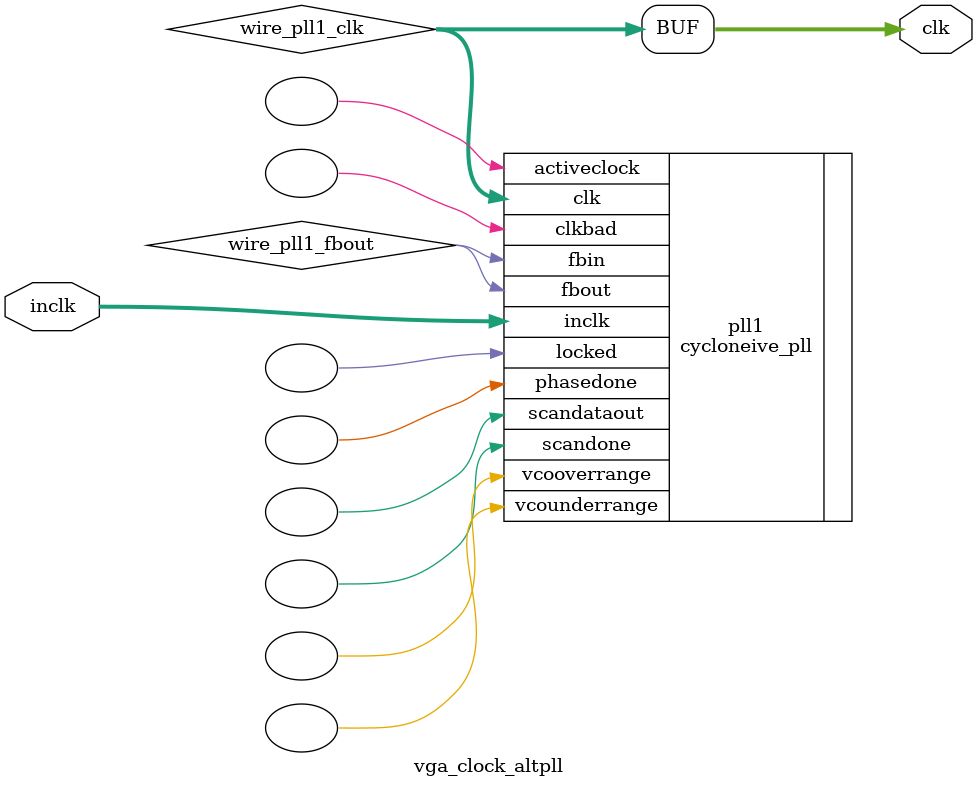
<source format=v>






//synthesis_resources = cycloneive_pll 1 
//synopsys translate_off
`timescale 1 ps / 1 ps
//synopsys translate_on
module  vga_clock_altpll
	( 
	clk,
	inclk) /* synthesis synthesis_clearbox=1 */;
	output   [4:0]  clk;
	input   [1:0]  inclk;
`ifndef ALTERA_RESERVED_QIS
// synopsys translate_off
`endif
	tri0   [1:0]  inclk;
`ifndef ALTERA_RESERVED_QIS
// synopsys translate_on
`endif

	wire  [4:0]   wire_pll1_clk;
	wire  wire_pll1_fbout;

	cycloneive_pll   pll1
	( 
	.activeclock(),
	.clk(wire_pll1_clk),
	.clkbad(),
	.fbin(wire_pll1_fbout),
	.fbout(wire_pll1_fbout),
	.inclk(inclk),
	.locked(),
	.phasedone(),
	.scandataout(),
	.scandone(),
	.vcooverrange(),
	.vcounderrange()
	`ifndef FORMAL_VERIFICATION
	// synopsys translate_off
	`endif
	,
	.areset(1'b0),
	.clkswitch(1'b0),
	.configupdate(1'b0),
	.pfdena(1'b1),
	.phasecounterselect({3{1'b0}}),
	.phasestep(1'b0),
	.phaseupdown(1'b0),
	.scanclk(1'b0),
	.scanclkena(1'b1),
	.scandata(1'b0)
	`ifndef FORMAL_VERIFICATION
	// synopsys translate_on
	`endif
	);
	defparam
		pll1.bandwidth_type = "auto",
		pll1.clk0_divide_by = 2,
		pll1.clk0_duty_cycle = 50,
		pll1.clk0_multiply_by = 1,
		pll1.clk0_phase_shift = "0",
		pll1.compensate_clock = "clk0",
		pll1.inclk0_input_frequency = 20000,
		pll1.operation_mode = "normal",
		pll1.pll_type = "auto",
		pll1.lpm_type = "cycloneive_pll";
	assign
		clk = {wire_pll1_clk[4:0]};
endmodule //vga_clock_altpll
//VALID FILE

</source>
